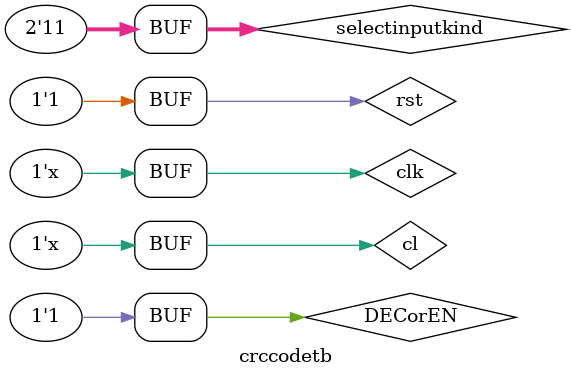
<source format=v>
`timescale 1ns/1ns

module crccodetb();

reg cl= 1'b0;
always 
	cl= #5 ~cl;
	
reg clk= 1'b0;
always
	clk= #5 ~clk;
	
reg rst= 1'b0;
always 
	rst= #80 1'b1;
	
reg DECorEN;
reg [1:0]selectinputkind;
reg [29:0]IN;
reg [4:0]makingshift;
reg runclk;
reg [29:0]temp;
reg[9:0]out;
reg [3:0]counter;

initial begin
	IN = 0; 
	counter = 0;
	runclk = 0;
	DECorEN = 1'b1;
	selectinputkind =2'd3; 
end
always@( posedge cl ) begin
	case (DECorEN)
		0:	case(selectinputkind)
				0: begin
						IN[7:0] = 8'b11111111;
						runclk= 1'b1;
					end
				1:	if (counter == 0) begin
						IN[15:8] = 8'b10110001;
						counter = counter + 4'b0001;
					end
					else if (counter == 4'd1) begin
						IN[7:0] = 8'b11010111;
						counter = 4'd0;
						runclk = 1'b1;
					end
				default:	if (counter == 0) begin
								IN[19:12] = 8'b10011001;
								counter = counter + 4'b0001;
							end
							else if (counter == 4'd1) begin
								IN[11:4] = 8'b11101011;
								counter = counter + 4'b0001;
							end
							else if (counter == 4'd2) begin
								IN[3:0] = 4'b0010;
								counter = 0;
								runclk= 1'b1;
							end
			endcase
		1: case(selectinputkind)
				0:	if (counter == 0) begin
						IN[11:4] = 8'b11100111;
						counter = counter + 4'b0001;
					end
					else if ( counter == 4'd1)begin
						IN[3:0] = 4'b1010;
						counter = 0;
						runclk= 1'b1;
					end
				1:	if (counter == 0) begin
						IN[23:16] = 8'b10110001;
						counter = counter + 4'b0001;
					end
					else if (counter == 4'd1) begin
						IN[15:8] = 8'b11010111;
						counter = counter + 4'b0001;
					end
					else if (counter == 4'd2) begin
						IN[7:0] = 8'b01110001;
						counter = 0;
						runclk= 1'b1;
					end
					default:	if (counter == 0) begin
									IN[29:22] = 8'b00011001;
									counter = counter + 4'b0001;
								end
								else if (counter == 4'd1) begin
									IN[21:14] = 8'b11101011;
									counter = counter + 4'b0001;
								end
								else if (counter == 4'd2) begin
									IN[13:6] = 8'b00101000;;
									counter = counter + 4'b0001;
								end
								else if (counter == 4'd3) begin
									IN[5:0] = 6'b011110;
									counter = 0;
									runclk= 1'b1;
								end
			endcase
	endcase	
end

always @( posedge clk or negedge rst ) begin
	if (!rst)begin
		temp = IN;
		makingshift = 0;
		out = 0;
	end
	else if ( runclk == 1'b1 ) begin 
		case (DECorEN)
			0: case(selectinputkind)
				0: begin
						if ( temp[7]==0 )begin
							if ( makingshift < 5'd7 )begin
								temp = temp<<1;
								makingshift = makingshift + 5'd1;
							end
						end
						else temp = temp ^ 29'd152;
						out = temp [12:3];
					end
				1: begin
						if ( temp[15]==0 )begin
							if ( makingshift < 5'd15 )begin
								temp = temp<<1;
								makingshift = makingshift + 5'd1;
							end
						end
						else temp = temp ^ 29'd33664;
						out = temp [16:7];
					end
				default: begin
						if ( temp[19]==0 )begin
							if ( makingshift < 5'd19 )begin
								temp = temp<<1;
								makingshift = makingshift + 5'd1;
							end
						end
						else temp = temp ^ 29'd812544;
						out = temp [18:9];
					end
				endcase
			1:	case (selectinputkind)
				0: begin
						if ( temp[11]==0)begin
							if ( makingshift<5'd7 )begin
								temp = temp<<1;
								makingshift = makingshift + 5'd1;
							end
						end
						else temp = temp ^ 29'd2432;
						out = ( temp==0? 0 : 10'd1);
					end
				1: begin
						if ( temp[23]==0)begin
							if ( makingshift<5'd15 )begin
								temp = temp<<1;
								makingshift = makingshift + 5'd1;
							end
						end
						else temp = temp ^ 29'd8617984;
						out = ( temp==0? 0 : 10'd1);
					end
				default: begin
						if ( temp[29]==0)begin
							if ( makingshift<5'd19 )begin
								temp = temp<<1;
								makingshift = makingshift + 5'd1;
							end
						end
						else temp = temp ^ 29'd832045056;
						out = ( temp==0? 0 : 10'd1);
					end
				endcase
		endcase
		end
		else	out= 0;
		end
endmodule

</source>
